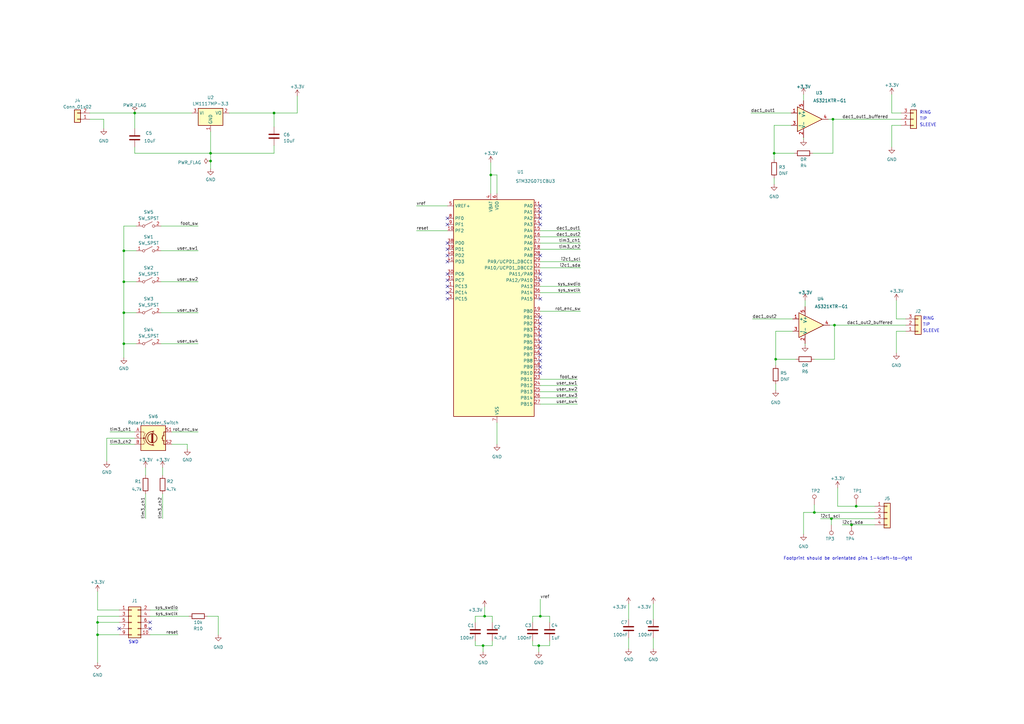
<source format=kicad_sch>
(kicad_sch (version 20230121) (generator eeschema)
  (paper "A3")
  (lib_symbols
    (symbol "Amplifier_Operational:LM321" (pin_names (offset 0.127))
      (property "Reference" "U" (at 0 7.62 0))
      (property "Value" "LM321" (at 0 5.08 0))
      (symbol "LM321_0_1"
        (polyline (pts (xy -5.08 5.08) (xy 5.08 0) (xy -5.08 -5.08) (xy -5.08 5.08)) (stroke (width 0.254)) (fill (type background)))
      )
      (symbol "LM321_1_1"
        (pin input line (at -7.62 2.54 0) (length 2.54) (name "+") (number "1"))
        (pin power_in line (at -2.54 -7.62 90) (length 3.81) (name "V-") (number "2"))
        (pin input line (at -7.62 -2.54 0) (length 2.54) (name "-") (number "3"))
        (pin output line (at 7.62 0 180) (length 2.54) (name "~") (number "4"))
        (pin power_in line (at -2.54 7.62 270) (length 3.81) (name "V+") (number "5"))
      )
    )
    (symbol "Connector:TestPoint" (pin_numbers hide) (pin_names (offset 0.762) hide)
      (property "Reference" "TP" (at 0 6.858 0))
      (property "Value" "TestPoint" (at 0 5.08 0))
      (symbol "TestPoint_0_1"
        (circle (center 0 3.302) (radius 0.762))
      )
      (symbol "TestPoint_1_1"
        (pin passive line (at 0 0 90) (length 2.54) (name "1") (number "1"))
      )
    )
    (symbol "Connector_Generic:Conn_01x02" (pin_names (offset 1.016) hide)
      (property "Reference" "J" (at 0 2.54 0))
      (property "Value" "Conn_01x02" (at 0 -5.08 0))
      (symbol "Conn_01x02_1_1"
        (rectangle (start -1.27 -2.413) (end 0 -2.667) (stroke (width 0.1524)))
        (rectangle (start -1.27 0.127) (end 0 -0.127) (stroke (width 0.1524)))
        (rectangle (start -1.27 1.27) (end 1.27 -3.81) (stroke (width 0.254)) (fill (type background)))
        (pin passive line (at -5.08 0 0) (length 3.81) (name "Pin_1") (number "1"))
        (pin passive line (at -5.08 -2.54 0) (length 3.81) (name "Pin_2") (number "2"))
      )
    )
    (symbol "Connector_Generic:Conn_01x03" (pin_names (offset 1.016) hide)
      (property "Reference" "J" (at 0 5.08 0))
      (property "Value" "Conn_01x03" (at 0 -5.08 0))
      (symbol "Conn_01x03_1_1"
        (rectangle (start -1.27 -2.413) (end 0 -2.667) (stroke (width 0.1524)))
        (rectangle (start -1.27 0.127) (end 0 -0.127) (stroke (width 0.1524)))
        (rectangle (start -1.27 2.667) (end 0 2.413) (stroke (width 0.1524)))
        (rectangle (start -1.27 3.81) (end 1.27 -3.81) (stroke (width 0.254)) (fill (type background)))
        (pin passive line (at -5.08 2.54 0) (length 3.81) (name "Pin_1") (number "1"))
        (pin passive line (at -5.08 0 0) (length 3.81) (name "Pin_2") (number "2"))
        (pin passive line (at -5.08 -2.54 0) (length 3.81) (name "Pin_3") (number "3"))
      )
    )
    (symbol "Connector_Generic:Conn_01x04" (pin_names (offset 1.016) hide)
      (property "Reference" "J" (at 0 5.08 0))
      (property "Value" "Conn_01x04" (at 0 -7.62 0))
      (symbol "Conn_01x04_1_1"
        (rectangle (start -1.27 -4.953) (end 0 -5.207) (stroke (width 0.1524)))
        (rectangle (start -1.27 -2.413) (end 0 -2.667) (stroke (width 0.1524)))
        (rectangle (start -1.27 0.127) (end 0 -0.127) (stroke (width 0.1524)))
        (rectangle (start -1.27 2.667) (end 0 2.413) (stroke (width 0.1524)))
        (rectangle (start -1.27 3.81) (end 1.27 -6.35) (stroke (width 0.254)) (fill (type background)))
        (pin passive line (at -5.08 2.54 0) (length 3.81) (name "Pin_1") (number "1"))
        (pin passive line (at -5.08 0 0) (length 3.81) (name "Pin_2") (number "2"))
        (pin passive line (at -5.08 -2.54 0) (length 3.81) (name "Pin_3") (number "3"))
        (pin passive line (at -5.08 -5.08 0) (length 3.81) (name "Pin_4") (number "4"))
      )
    )
    (symbol "Connector_Generic:Conn_02x05_Odd_Even" (pin_names (offset 1.016) hide)
      (property "Reference" "J" (at 1.27 7.62 0))
      (property "Value" "Conn_02x05_Odd_Even" (at 1.27 -7.62 0))
      (symbol "Conn_02x05_Odd_Even_1_1"
        (rectangle (start -1.27 -4.953) (end 0 -5.207) (stroke (width 0.1524)))
        (rectangle (start -1.27 -2.413) (end 0 -2.667) (stroke (width 0.1524)))
        (rectangle (start -1.27 0.127) (end 0 -0.127) (stroke (width 0.1524)))
        (rectangle (start -1.27 2.667) (end 0 2.413) (stroke (width 0.1524)))
        (rectangle (start -1.27 5.207) (end 0 4.953) (stroke (width 0.1524)))
        (rectangle (start -1.27 6.35) (end 3.81 -6.35) (stroke (width 0.254)) (fill (type background)))
        (rectangle (start 3.81 -4.953) (end 2.54 -5.207) (stroke (width 0.1524)))
        (rectangle (start 3.81 -2.413) (end 2.54 -2.667) (stroke (width 0.1524)))
        (rectangle (start 3.81 0.127) (end 2.54 -0.127) (stroke (width 0.1524)))
        (rectangle (start 3.81 2.667) (end 2.54 2.413) (stroke (width 0.1524)))
        (rectangle (start 3.81 5.207) (end 2.54 4.953) (stroke (width 0.1524)))
        (pin passive line (at -5.08 5.08 0) (length 3.81) (name "Pin_1") (number "1"))
        (pin passive line (at 7.62 -5.08 180) (length 3.81) (name "Pin_10") (number "10"))
        (pin passive line (at 7.62 5.08 180) (length 3.81) (name "Pin_2") (number "2"))
        (pin passive line (at -5.08 2.54 0) (length 3.81) (name "Pin_3") (number "3"))
        (pin passive line (at 7.62 2.54 180) (length 3.81) (name "Pin_4") (number "4"))
        (pin passive line (at -5.08 0 0) (length 3.81) (name "Pin_5") (number "5"))
        (pin passive line (at 7.62 0 180) (length 3.81) (name "Pin_6") (number "6"))
        (pin passive line (at -5.08 -2.54 0) (length 3.81) (name "Pin_7") (number "7"))
        (pin passive line (at 7.62 -2.54 180) (length 3.81) (name "Pin_8") (number "8"))
        (pin passive line (at -5.08 -5.08 0) (length 3.81) (name "Pin_9") (number "9"))
      )
    )
    (symbol "Device:C" (pin_numbers hide) (pin_names (offset 0.254))
      (property "Reference" "C" (at 0.635 2.54 0))
      (property "Value" "C" (at 0.635 -2.54 0))
      (symbol "C_0_1"
        (polyline (pts (xy -2.032 -0.762) (xy 2.032 -0.762)) (stroke (width 0.508)))
        (polyline (pts (xy -2.032 0.762) (xy 2.032 0.762)) (stroke (width 0.508)))
      )
      (symbol "C_1_1"
        (pin passive line (at 0 3.81 270) (length 2.794) (name "~") (number "1"))
        (pin passive line (at 0 -3.81 90) (length 2.794) (name "~") (number "2"))
      )
    )
    (symbol "Device:R" (pin_numbers hide) (pin_names (offset 0))
      (property "Reference" "R" (at 2.032 0 90))
      (property "Value" "R" (at 0 0 90))
      (symbol "R_0_1"
        (rectangle (start -1.016 -2.54) (end 1.016 2.54) (stroke (width 0.254)))
      )
      (symbol "R_1_1"
        (pin passive line (at 0 3.81 270) (length 1.27) (name "~") (number "1"))
        (pin passive line (at 0 -3.81 90) (length 1.27) (name "~") (number "2"))
      )
    )
    (symbol "Device:RotaryEncoder_Switch" (pin_names (offset 0.254) hide)
      (property "Reference" "SW" (at 0 6.604 0))
      (property "Value" "RotaryEncoder_Switch" (at 0 -6.604 0))
      (symbol "RotaryEncoder_Switch_0_1"
        (rectangle (start -5.08 5.08) (end 5.08 -5.08) (stroke (width 0.254)) (fill (type background)))
        (circle (center -3.81 0) (radius 0.254) (fill (type outline)))
        (circle (center -0.381 0) (radius 1.905) (stroke (width 0.254)))
        (arc (start -0.381 2.667) (mid -3.0988 -0.0635) (end -0.381 -2.794) (stroke (width 0.254)))
        (polyline (pts (xy -0.635 -1.778) (xy -0.635 1.778)) (stroke (width 0.254)))
        (polyline (pts (xy -0.381 -1.778) (xy -0.381 1.778)) (stroke (width 0.254)))
        (polyline (pts (xy -0.127 1.778) (xy -0.127 -1.778)) (stroke (width 0.254)))
        (polyline (pts (xy 3.81 0) (xy 3.429 0)) (stroke (width 0.254)))
        (polyline (pts (xy 3.81 1.016) (xy 3.81 -1.016)) (stroke (width 0.254)))
        (polyline (pts (xy -5.08 -2.54) (xy -3.81 -2.54) (xy -3.81 -2.032)))
        (polyline (pts (xy -5.08 2.54) (xy -3.81 2.54) (xy -3.81 2.032)))
        (polyline (pts (xy 0.254 -3.048) (xy -0.508 -2.794) (xy 0.127 -2.413)) (stroke (width 0.254)))
        (polyline (pts (xy 0.254 2.921) (xy -0.508 2.667) (xy 0.127 2.286)) (stroke (width 0.254)))
        (polyline (pts (xy 5.08 -2.54) (xy 4.318 -2.54) (xy 4.318 -1.016)) (stroke (width 0.254)))
        (polyline (pts (xy 5.08 2.54) (xy 4.318 2.54) (xy 4.318 1.016)) (stroke (width 0.254)))
        (polyline (pts (xy -5.08 0) (xy -3.81 0) (xy -3.81 -1.016) (xy -3.302 -2.032)))
        (polyline (pts (xy -4.318 0) (xy -3.81 0) (xy -3.81 1.016) (xy -3.302 2.032)))
        (circle (center 4.318 -1.016) (radius 0.127) (stroke (width 0.254)))
        (circle (center 4.318 1.016) (radius 0.127) (stroke (width 0.254)))
      )
      (symbol "RotaryEncoder_Switch_1_1"
        (pin passive line (at -7.62 2.54 0) (length 2.54) (name "A") (number "A"))
        (pin passive line (at -7.62 -2.54 0) (length 2.54) (name "B") (number "B"))
        (pin passive line (at -7.62 0 0) (length 2.54) (name "C") (number "C"))
        (pin passive line (at 7.62 2.54 180) (length 2.54) (name "S1") (number "S1"))
        (pin passive line (at 7.62 -2.54 180) (length 2.54) (name "S2") (number "S2"))
      )
    )
    (symbol "MCU_ST_STM32G0:STM32G071CBUx"
      (property "Reference" "U" (at -15.24 46.99 0))
      (property "Value" "STM32G071CBUx" (at 5.08 46.99 0))
      (symbol "STM32G071CBUx_0_1"
        (rectangle (start -15.24 -43.18) (end 17.78 45.72) (stroke (width 0.254)) (fill (type background)))
      )
      (symbol "STM32G071CBUx_1_1"
        (pin bidirectional line (at -17.78 10.16 0) (length 2.54) (name "PC13") (number "1"))
        (pin bidirectional line (at -17.78 33.02 0) (length 2.54) (name "PF2") (number "10"))
        (pin bidirectional line (at 20.32 43.18 180) (length 2.54) (name "PA0") (number "11"))
        (pin bidirectional line (at 20.32 40.64 180) (length 2.54) (name "PA1") (number "12"))
        (pin bidirectional line (at 20.32 38.1 180) (length 2.54) (name "PA2") (number "13"))
        (pin bidirectional line (at 20.32 35.56 180) (length 2.54) (name "PA3") (number "14"))
        (pin bidirectional line (at 20.32 33.02 180) (length 2.54) (name "PA4") (number "15"))
        (pin bidirectional line (at 20.32 30.48 180) (length 2.54) (name "PA5") (number "16"))
        (pin bidirectional line (at 20.32 27.94 180) (length 2.54) (name "PA6") (number "17"))
        (pin bidirectional line (at 20.32 25.4 180) (length 2.54) (name "PA7") (number "18"))
        (pin bidirectional line (at 20.32 0 180) (length 2.54) (name "PB0") (number "19"))
        (pin bidirectional line (at -17.78 7.62 0) (length 2.54) (name "PC14") (number "2"))
        (pin bidirectional line (at 20.32 -2.54 180) (length 2.54) (name "PB1") (number "20"))
        (pin bidirectional line (at 20.32 -5.08 180) (length 2.54) (name "PB2") (number "21"))
        (pin bidirectional line (at 20.32 -25.4 180) (length 2.54) (name "PB10") (number "22"))
        (pin bidirectional line (at 20.32 -27.94 180) (length 2.54) (name "PB11") (number "23"))
        (pin bidirectional line (at 20.32 -30.48 180) (length 2.54) (name "PB12") (number "24"))
        (pin bidirectional line (at 20.32 -33.02 180) (length 2.54) (name "PB13") (number "25"))
        (pin bidirectional line (at 20.32 -35.56 180) (length 2.54) (name "PB14") (number "26"))
        (pin bidirectional line (at 20.32 -38.1 180) (length 2.54) (name "PB15") (number "27"))
        (pin bidirectional line (at 20.32 22.86 180) (length 2.54) (name "PA8") (number "28"))
        (pin bidirectional line (at 20.32 20.32 180) (length 2.54) (name "PA9/UCPD1_DBCC1") (number "29"))
        (pin bidirectional line (at -17.78 5.08 0) (length 2.54) (name "PC15") (number "3"))
        (pin bidirectional line (at -17.78 15.24 0) (length 2.54) (name "PC6") (number "30"))
        (pin bidirectional line (at -17.78 12.7 0) (length 2.54) (name "PC7") (number "31"))
        (pin bidirectional line (at 20.32 17.78 180) (length 2.54) (name "PA10/UCPD1_DBCC2") (number "32"))
        (pin bidirectional line (at 20.32 15.24 180) (length 2.54) (name "PA11/PA9") (number "33"))
        (pin bidirectional line (at 20.32 12.7 180) (length 2.54) (name "PA12/PA10") (number "34"))
        (pin bidirectional line (at 20.32 10.16 180) (length 2.54) (name "PA13") (number "35"))
        (pin bidirectional line (at 20.32 7.62 180) (length 2.54) (name "PA14") (number "36"))
        (pin bidirectional line (at 20.32 5.08 180) (length 2.54) (name "PA15") (number "37"))
        (pin bidirectional line (at -17.78 27.94 0) (length 2.54) (name "PD0") (number "38"))
        (pin bidirectional line (at -17.78 25.4 0) (length 2.54) (name "PD1") (number "39"))
        (pin power_in line (at 0 48.26 270) (length 2.54) (name "VBAT") (number "4"))
        (pin bidirectional line (at -17.78 22.86 0) (length 2.54) (name "PD2") (number "40"))
        (pin bidirectional line (at -17.78 20.32 0) (length 2.54) (name "PD3") (number "41"))
        (pin bidirectional line (at 20.32 -7.62 180) (length 2.54) (name "PB3") (number "42"))
        (pin bidirectional line (at 20.32 -10.16 180) (length 2.54) (name "PB4") (number "43"))
        (pin bidirectional line (at 20.32 -12.7 180) (length 2.54) (name "PB5") (number "44"))
        (pin bidirectional line (at 20.32 -15.24 180) (length 2.54) (name "PB6") (number "45"))
        (pin bidirectional line (at 20.32 -17.78 180) (length 2.54) (name "PB7") (number "46"))
        (pin bidirectional line (at 20.32 -20.32 180) (length 2.54) (name "PB8") (number "47"))
        (pin bidirectional line (at 20.32 -22.86 180) (length 2.54) (name "PB9") (number "48"))
        (pin passive line (at 2.54 -45.72 90) (length 2.54) hide (name "VSS") (number "49"))
        (pin input line (at -17.78 43.18 0) (length 2.54) (name "VREF+") (number "5"))
        (pin power_in line (at 2.54 48.26 270) (length 2.54) (name "VDD") (number "6"))
        (pin power_in line (at 2.54 -45.72 90) (length 2.54) (name "VSS") (number "7"))
        (pin bidirectional line (at -17.78 38.1 0) (length 2.54) (name "PF0") (number "8"))
        (pin bidirectional line (at -17.78 35.56 0) (length 2.54) (name "PF1") (number "9"))
      )
    )
    (symbol "Regulator_Linear:LM1117MP-3.3"
      (property "Reference" "U" (at -3.81 3.175 0))
      (property "Value" "LM1117MP-3.3" (at 0 3.175 0))
      (symbol "LM1117MP-3.3_0_1"
        (rectangle (start -5.08 -5.08) (end 5.08 1.905) (stroke (width 0.254)) (fill (type background)))
      )
      (symbol "LM1117MP-3.3_1_1"
        (pin power_in line (at 0 -7.62 90) (length 2.54) (name "GND") (number "1"))
        (pin power_out line (at 7.62 0 180) (length 2.54) (name "VO") (number "2"))
        (pin power_in line (at -7.62 0 0) (length 2.54) (name "VI") (number "3"))
      )
    )
    (symbol "Switch:SW_SPST" (pin_names (offset 0) hide)
      (property "Reference" "SW" (at 0 3.175 0))
      (property "Value" "SW_SPST" (at 0 -2.54 0))
      (symbol "SW_SPST_0_0"
        (circle (center -2.032 0) (radius 0.508))
        (polyline (pts (xy -1.524 0.254) (xy 1.524 1.778)))
        (circle (center 2.032 0) (radius 0.508))
      )
      (symbol "SW_SPST_1_1"
        (pin passive line (at -5.08 0 0) (length 2.54) (name "A") (number "1"))
        (pin passive line (at 5.08 0 180) (length 2.54) (name "B") (number "2"))
      )
    )
    (symbol "power:+3.3V" (power) (pin_names (offset 0))
      (property "Value" "+3.3V" (at 0 3.556 0))
      (symbol "+3.3V_0_1"
        (polyline (pts (xy -0.762 1.27) (xy 0 2.54)))
        (polyline (pts (xy 0 0) (xy 0 2.54)))
        (polyline (pts (xy 0 2.54) (xy 0.762 1.27)))
      )
      (symbol "+3.3V_1_1"
        (pin power_in line (at 0 0 90) (length 0) hide (name "+3.3V") (number "1"))
      )
    )
    (symbol "power:GND" (power) (pin_names (offset 0))
      (property "Value" "GND" (at 0 -3.81 0))
      (symbol "GND_0_1"
        (polyline (pts (xy 0 0) (xy 0 -1.27) (xy 1.27 -1.27) (xy 0 -2.54) (xy -1.27 -1.27) (xy 0 -1.27)))
      )
      (symbol "GND_1_1"
        (pin power_in line (at 0 0 270) (length 0) hide (name "GND") (number "1"))
      )
    )
    (symbol "power:PWR_FLAG" (power) (pin_numbers hide) (pin_names (offset 0) hide)
      (property "Value" "PWR_FLAG" (at 0 3.81 0))
      (symbol "PWR_FLAG_0_0"
        (pin power_out line (at 0 0 90) (length 0) (name "pwr") (number "1"))
      )
      (symbol "PWR_FLAG_0_1"
        (polyline (pts (xy 0 0) (xy 0 1.27) (xy -1.016 1.905) (xy 0 2.54) (xy 1.016 1.905) (xy 0 1.27)))
      )
    )
  )
  (junction (at 318.135 147.32))
  (junction (at 340.995 212.725))
  (junction (at 112.395 46.355))
  (junction (at 198.755 252.73))
  (junction (at 349.25 215.265))
  (junction (at 50.8 140.97))
  (junction (at 50.8 102.87))
  (junction (at 220.98 264.795))
  (junction (at 334.01 210.185))
  (junction (at 198.12 264.795))
  (junction (at 221.615 252.73))
  (junction (at 50.8 128.27))
  (junction (at 50.8 115.57))
  (junction (at 201.295 71.755))
  (junction (at 86.36 66.04))
  (junction (at 40.005 255.27))
  (junction (at 342.265 133.35))
  (junction (at 351.155 207.645))
  (junction (at 40.005 260.35))
  (junction (at 55.245 46.355))
  (junction (at 86.36 62.865))
  (junction (at 341.63 48.895))
  (junction (at 317.5 62.865))
  (no_connect (at 221.615 145.415))
  (no_connect (at 61.595 257.81))
  (no_connect (at 183.515 102.235))
  (no_connect (at 183.515 117.475))
  (no_connect (at 221.615 86.995))
  (no_connect (at 221.615 150.495))
  (no_connect (at 183.515 112.395))
  (no_connect (at 183.515 120.015))
  (no_connect (at 183.515 104.775))
  (no_connect (at 221.615 89.535))
  (no_connect (at 221.615 112.395))
  (no_connect (at 183.515 89.535))
  (no_connect (at 221.615 153.035))
  (no_connect (at 61.595 255.27))
  (no_connect (at 221.615 140.335))
  (no_connect (at 221.615 92.075))
  (no_connect (at 221.615 132.715))
  (no_connect (at 221.615 137.795))
  (no_connect (at 183.515 92.075))
  (no_connect (at 221.615 104.775))
  (no_connect (at 183.515 122.555))
  (no_connect (at 221.615 114.935))
  (no_connect (at 183.515 114.935))
  (no_connect (at 221.615 130.175))
  (no_connect (at 221.615 84.455))
  (no_connect (at 48.895 257.81))
  (no_connect (at 183.515 99.695))
  (no_connect (at 221.615 142.875))
  (no_connect (at 221.615 147.955))
  (no_connect (at 221.615 135.255))
  (no_connect (at 183.515 107.315))
  (no_connect (at 221.615 122.555))
  (wire (pts (xy 203.835 79.375) (xy 203.835 71.755)))
  (wire (pts (xy 340.995 215.265) (xy 340.995 212.725)))
  (wire (pts (xy 318.135 157.48) (xy 318.135 160.02)))
  (wire (pts (xy 36.83 46.355) (xy 55.245 46.355)))
  (wire (pts (xy 341.63 48.895) (xy 339.725 48.895)))
  (wire (pts (xy 358.775 215.265) (xy 349.25 215.265)))
  (wire (pts (xy 324.485 46.355) (xy 307.975 46.355)))
  (wire (pts (xy 330.2 140.97) (xy 330.2 141.605)))
  (wire (pts (xy 343.535 200.025) (xy 343.535 207.645)))
  (wire (pts (xy 55.245 60.325) (xy 55.245 62.865)))
  (wire (pts (xy 333.375 62.865) (xy 341.63 62.865)))
  (wire (pts (xy 50.8 128.27) (xy 55.88 128.27)))
  (wire (pts (xy 221.615 245.745) (xy 221.615 252.73)))
  (wire (pts (xy 86.36 66.04) (xy 86.36 69.215)))
  (wire (pts (xy 369.57 51.435) (xy 365.76 51.435)))
  (wire (pts (xy 50.8 140.97) (xy 55.88 140.97)))
  (wire (pts (xy 329.565 56.515) (xy 329.565 57.15)))
  (wire (pts (xy 220.98 264.795) (xy 225.425 264.795)))
  (wire (pts (xy 318.135 147.32) (xy 318.135 149.86)))
  (wire (pts (xy 89.535 252.73) (xy 89.535 260.35)))
  (wire (pts (xy 50.8 115.57) (xy 50.8 128.27)))
  (wire (pts (xy 218.44 264.795) (xy 220.98 264.795)))
  (wire (pts (xy 48.895 252.73) (xy 40.005 252.73)))
  (wire (pts (xy 201.93 255.27) (xy 201.93 252.73)))
  (wire (pts (xy 86.36 62.865) (xy 112.395 62.865)))
  (wire (pts (xy 267.97 261.62) (xy 267.97 266.065)))
  (wire (pts (xy 225.425 252.73) (xy 221.615 252.73)))
  (wire (pts (xy 40.005 260.35) (xy 40.005 271.78)))
  (wire (pts (xy 86.36 62.865) (xy 86.36 66.04)))
  (wire (pts (xy 317.5 51.435) (xy 317.5 62.865)))
  (wire (pts (xy 201.295 66.675) (xy 201.295 71.755)))
  (wire (pts (xy 324.485 51.435) (xy 317.5 51.435)))
  (wire (pts (xy 367.665 135.89) (xy 367.665 144.78)))
  (wire (pts (xy 76.835 182.245) (xy 76.835 184.15)))
  (wire (pts (xy 334.01 147.32) (xy 342.265 147.32)))
  (wire (pts (xy 66.675 212.725) (xy 66.675 202.565)))
  (wire (pts (xy 201.93 252.73) (xy 198.755 252.73)))
  (wire (pts (xy 203.835 173.355) (xy 203.835 182.245)))
  (wire (pts (xy 267.97 247.65) (xy 267.97 254)))
  (wire (pts (xy 61.595 252.73) (xy 77.47 252.73)))
  (wire (pts (xy 66.04 92.71) (xy 81.28 92.71)))
  (wire (pts (xy 318.135 147.32) (xy 326.39 147.32)))
  (wire (pts (xy 221.615 165.735) (xy 236.855 165.735)))
  (wire (pts (xy 201.295 71.755) (xy 201.295 79.375)))
  (wire (pts (xy 86.36 53.975) (xy 86.36 62.865)))
  (wire (pts (xy 50.8 140.97) (xy 50.8 146.685)))
  (wire (pts (xy 325.12 130.81) (xy 308.61 130.81)))
  (wire (pts (xy 221.615 163.195) (xy 236.855 163.195)))
  (wire (pts (xy 317.5 62.865) (xy 325.755 62.865)))
  (wire (pts (xy 170.815 84.455) (xy 183.515 84.455)))
  (wire (pts (xy 194.945 252.73) (xy 194.945 255.27)))
  (wire (pts (xy 330.2 123.19) (xy 330.2 125.73)))
  (wire (pts (xy 221.615 155.575) (xy 236.855 155.575)))
  (wire (pts (xy 50.8 92.71) (xy 55.88 92.71)))
  (wire (pts (xy 40.005 260.35) (xy 48.895 260.35)))
  (wire (pts (xy 93.98 46.355) (xy 112.395 46.355)))
  (wire (pts (xy 194.945 264.795) (xy 198.12 264.795)))
  (wire (pts (xy 318.135 135.89) (xy 318.135 147.32)))
  (wire (pts (xy 112.395 59.69) (xy 112.395 62.865)))
  (wire (pts (xy 340.995 212.725) (xy 358.775 212.725)))
  (wire (pts (xy 170.815 94.615) (xy 183.515 94.615)))
  (wire (pts (xy 371.475 130.81) (xy 367.665 130.81)))
  (wire (pts (xy 198.12 264.795) (xy 201.93 264.795)))
  (wire (pts (xy 55.245 62.865) (xy 86.36 62.865)))
  (wire (pts (xy 365.76 38.735) (xy 365.76 46.355)))
  (wire (pts (xy 66.04 128.27) (xy 81.28 128.27)))
  (wire (pts (xy 55.88 102.87) (xy 50.8 102.87)))
  (wire (pts (xy 371.475 135.89) (xy 367.665 135.89)))
  (wire (pts (xy 342.265 133.35) (xy 340.36 133.35)))
  (wire (pts (xy 367.665 123.19) (xy 367.665 130.81)))
  (wire (pts (xy 43.815 179.705) (xy 43.815 189.23)))
  (wire (pts (xy 221.615 158.115) (xy 236.855 158.115)))
  (wire (pts (xy 218.44 252.73) (xy 218.44 255.27)))
  (wire (pts (xy 112.395 46.355) (xy 121.92 46.355)))
  (wire (pts (xy 371.475 133.35) (xy 342.265 133.35)))
  (wire (pts (xy 334.01 210.185) (xy 358.775 210.185)))
  (wire (pts (xy 48.895 250.19) (xy 40.005 250.19)))
  (wire (pts (xy 59.69 191.77) (xy 59.69 194.945)))
  (wire (pts (xy 194.945 262.89) (xy 194.945 264.795)))
  (wire (pts (xy 66.04 115.57) (xy 81.28 115.57)))
  (wire (pts (xy 257.81 247.65) (xy 257.81 254)))
  (wire (pts (xy 61.595 250.19) (xy 73.025 250.19)))
  (wire (pts (xy 198.755 252.73) (xy 194.945 252.73)))
  (wire (pts (xy 317.5 62.865) (xy 317.5 65.405)))
  (wire (pts (xy 369.57 46.355) (xy 365.76 46.355)))
  (wire (pts (xy 66.04 140.97) (xy 81.28 140.97)))
  (wire (pts (xy 66.675 191.77) (xy 66.675 194.945)))
  (wire (pts (xy 329.565 38.735) (xy 329.565 41.275)))
  (wire (pts (xy 203.835 71.755) (xy 201.295 71.755)))
  (wire (pts (xy 40.005 255.27) (xy 48.895 255.27)))
  (wire (pts (xy 40.005 255.27) (xy 40.005 260.35)))
  (wire (pts (xy 329.565 210.185) (xy 329.565 219.075)))
  (wire (pts (xy 50.8 102.87) (xy 50.8 115.57)))
  (wire (pts (xy 221.615 99.695) (xy 238.125 99.695)))
  (wire (pts (xy 218.44 262.89) (xy 218.44 264.795)))
  (wire (pts (xy 121.92 39.37) (xy 121.92 46.355)))
  (wire (pts (xy 112.395 46.355) (xy 112.395 52.07)))
  (wire (pts (xy 198.12 264.795) (xy 198.12 267.335)))
  (wire (pts (xy 50.8 115.57) (xy 55.88 115.57)))
  (wire (pts (xy 221.615 97.155) (xy 238.125 97.155)))
  (wire (pts (xy 349.25 215.265) (xy 345.44 215.265)))
  (wire (pts (xy 201.93 264.795) (xy 201.93 262.89)))
  (wire (pts (xy 334.01 207.01) (xy 334.01 210.185)))
  (wire (pts (xy 221.615 94.615) (xy 238.125 94.615)))
  (wire (pts (xy 221.615 127.635) (xy 238.125 127.635)))
  (wire (pts (xy 351.155 207.645) (xy 343.535 207.645)))
  (wire (pts (xy 42.545 48.895) (xy 42.545 52.705)))
  (wire (pts (xy 317.5 73.025) (xy 317.5 75.565)))
  (wire (pts (xy 40.005 242.57) (xy 40.005 250.19)))
  (wire (pts (xy 50.8 128.27) (xy 50.8 140.97)))
  (wire (pts (xy 70.485 177.165) (xy 81.28 177.165)))
  (wire (pts (xy 341.63 62.865) (xy 341.63 48.895)))
  (wire (pts (xy 66.04 102.87) (xy 81.28 102.87)))
  (wire (pts (xy 225.425 255.27) (xy 225.425 252.73)))
  (wire (pts (xy 61.595 260.35) (xy 73.025 260.35)))
  (wire (pts (xy 50.8 92.71) (xy 50.8 102.87)))
  (wire (pts (xy 40.005 252.73) (xy 40.005 255.27)))
  (wire (pts (xy 45.085 182.245) (xy 55.245 182.245)))
  (wire (pts (xy 329.565 210.185) (xy 334.01 210.185)))
  (wire (pts (xy 36.83 48.895) (xy 42.545 48.895)))
  (wire (pts (xy 221.615 160.655) (xy 236.855 160.655)))
  (wire (pts (xy 358.775 207.645) (xy 351.155 207.645)))
  (wire (pts (xy 325.12 135.89) (xy 318.135 135.89)))
  (wire (pts (xy 220.98 264.795) (xy 220.98 267.335)))
  (wire (pts (xy 221.615 117.475) (xy 238.125 117.475)))
  (wire (pts (xy 257.81 261.62) (xy 257.81 266.065)))
  (wire (pts (xy 55.245 46.355) (xy 55.245 52.705)))
  (wire (pts (xy 55.245 46.355) (xy 78.74 46.355)))
  (wire (pts (xy 351.155 207.01) (xy 351.155 207.645)))
  (wire (pts (xy 221.615 252.73) (xy 218.44 252.73)))
  (wire (pts (xy 43.815 179.705) (xy 55.245 179.705)))
  (wire (pts (xy 85.09 252.73) (xy 89.535 252.73)))
  (wire (pts (xy 221.615 109.855) (xy 238.125 109.855)))
  (wire (pts (xy 365.76 51.435) (xy 365.76 60.325)))
  (wire (pts (xy 221.615 120.015) (xy 238.125 120.015)))
  (wire (pts (xy 369.57 48.895) (xy 341.63 48.895)))
  (wire (pts (xy 221.615 107.315) (xy 238.125 107.315)))
  (wire (pts (xy 70.485 182.245) (xy 76.835 182.245)))
  (wire (pts (xy 221.615 102.235) (xy 238.125 102.235)))
  (wire (pts (xy 45.085 177.165) (xy 55.245 177.165)))
  (wire (pts (xy 225.425 264.795) (xy 225.425 262.89)))
  (wire (pts (xy 342.265 147.32) (xy 342.265 133.35)))
  (wire (pts (xy 198.755 248.92) (xy 198.755 252.73)))
  (wire (pts (xy 59.69 212.725) (xy 59.69 202.565)))
  (wire (pts (xy 340.995 212.725) (xy 336.55 212.725)))
  (text "SWD" (at 52.705 264.16 0) (effects (font (size 1.27 1.27)) (justify left bottom)))
  (text "TIP" (at 378.46 133.985 0) (effects (font (size 1.27 1.27)) (justify left bottom)))
  (text "Footprint should be orientated pins 1-4:left-to-right" (at 321.31 229.87 0) (effects (font (size 1.27 1.27)) (justify left bottom)))
  (text "SLEEVE" (at 377.19 52.07 0) (effects (font (size 1.27 1.27)) (justify left bottom)))
  (text "TIP" (at 377.19 49.53 0) (effects (font (size 1.27 1.27)) (justify left bottom)))
  (text "RING" (at 377.19 46.99 0) (effects (font (size 1.27 1.27)) (justify left bottom)))
  (text "RING" (at 378.46 131.445 0) (effects (font (size 1.27 1.27)) (justify left bottom)))
  (text "SLEEVE" (at 378.46 136.525 0) (effects (font (size 1.27 1.27)) (justify left bottom)))
  (label "foot_sw" (at 81.28 92.71 180))
  (label "reset" (at 170.815 94.615 0))
  (label "tim3_ch1" (at 59.69 212.725 90))
  (label "vref" (at 170.815 84.455 0))
  (label "dac1_out2" (at 308.61 130.81 0))
  (label "user_sw1" (at 81.28 102.87 180))
  (label "tim3_ch1" (at 238.125 99.695 180))
  (label "dac1_out1_buffered" (at 345.44 48.895 0))
  (label "foot_sw" (at 236.855 155.575 180))
  (label "rot_enc_sw" (at 238.125 127.635 180))
  (label "user_sw4" (at 81.28 140.97 180))
  (label "dac1_out1" (at 238.125 94.615 180))
  (label "tim3_ch2" (at 66.675 212.725 90))
  (label "user_sw2" (at 236.855 160.655 180))
  (label "dac1_out2" (at 238.125 97.155 180))
  (label "dac1_out1" (at 307.975 46.355 0))
  (label "user_sw1" (at 236.855 158.115 180))
  (label "dac1_out2_buffered" (at 347.345 133.35 0))
  (label "sys_swdio" (at 238.125 117.475 180))
  (label "user_sw2" (at 81.28 115.57 180))
  (label "user_sw3" (at 236.855 163.195 180))
  (label "i2c1_scl" (at 336.55 212.725 0))
  (label "tim3_ch1" (at 45.085 177.165 0))
  (label "vref" (at 221.615 245.745 0))
  (label "reset" (at 73.025 260.35 180))
  (label "user_sw3" (at 81.28 128.27 180))
  (label "sys_swdio" (at 73.025 250.19 180))
  (label "user_sw4" (at 236.855 165.735 180))
  (label "i2c1_scl" (at 238.125 107.315 180))
  (label "tim3_ch2" (at 238.125 102.235 180))
  (label "i2c1_sda" (at 238.125 109.855 180))
  (label "rot_enc_sw" (at 81.28 177.165 180))
  (label "sys_swclk" (at 238.125 120.015 180))
  (label "sys_swclk" (at 73.025 252.73 180))
  (label "i2c1_sda" (at 345.44 215.265 0))
  (label "tim3_ch2" (at 45.085 182.245 0))
  (symbol (lib_id "Switch:SW_SPST") (at 60.96 92.71 0) (unit 1)
    (property "Reference" "SW5" (at 60.96 86.995 0))
    (property "Value" "SW_SPST" (at 60.96 89.535 0))
    (property "Footprint" "Connector_PinSocket_2.54mm:PinSocket_1x02_P2.54mm_Vertical" (effects hide))
  )
  (symbol (lib_id "Switch:SW_SPST") (at 60.96 115.57 0) (unit 1)
    (property "Reference" "SW2" (at 60.96 109.855 0))
    (property "Value" "SW_SPST" (at 60.96 112.395 0))
    (property "Footprint" "Button_Switch_THT:SW_PUSH_6mm" (effects hide))
  )
  (symbol (lib_id "power:+3.3V") (at 330.2 123.19 0) (unit 1)
    (property "Reference" "#PWR029" (effects hide))
    (property "Value" "+3.3V" (at 330.2 120.015 0))
  )
  (symbol (lib_id "Switch:SW_SPST") (at 60.96 140.97 0) (unit 1)
    (property "Reference" "SW4" (at 60.96 135.255 0))
    (property "Value" "SW_SPST" (at 60.96 137.795 0))
    (property "Footprint" "Button_Switch_THT:SW_PUSH_6mm" (effects hide))
  )
  (symbol (lib_id "Connector_Generic:Conn_01x03") (at 374.65 48.895 0) (mirror x) (unit 1)
    (property "Reference" "J6" (at 374.65 43.18 0))
    (property "Value" "Conn_01x03" (effects hide))
    (property "Footprint" "Connector_PinHeader_2.54mm:PinHeader_1x03_P2.54mm_Vertical" (effects hide))
  )
  (symbol (lib_id "Device:R") (at 81.28 252.73 90) (mirror x) (unit 1)
    (property "Reference" "R10" (at 81.28 257.81 90))
    (property "Value" "10k" (at 81.28 255.27 90))
    (property "Footprint" "Resistor_SMD:R_0805_2012Metric_Pad1.20x1.40mm_HandSolder" (effects hide))
    (property "Datasheet" "https://datasheet.lcsc.com/lcsc/2304140030_RALEC-RTT05103JTP_C103914.pdf" (effects hide))
    (property "LCSC MPN" "C103914" (effects hide))
  )
  (symbol (lib_id "Device:C") (at 55.245 56.515 0) (unit 1)
    (property "Reference" "C5" (at 59.69 54.61 0) (effects (justify left)))
    (property "Value" "10uF" (at 59.055 57.785 0) (effects (justify left)))
    (property "Footprint" "Capacitor_SMD:C_0805_2012Metric_Pad1.18x1.45mm_HandSolder" (effects hide))
    (property "Datasheet" "https://datasheet.lcsc.com/lcsc/2210281800_VIIYONG-V106K0805X5R250NHP_C5240379.pdf" (effects hide))
    (property "LCSC MPN" "C5240379" (effects hide))
  )
  (symbol (lib_id "power:GND") (at 42.545 52.705 0) (mirror y) (unit 1)
    (property "Reference" "#PWR014" (effects hide))
    (property "Value" "GND" (at 42.545 57.785 0))
  )
  (symbol (lib_id "power:GND") (at 76.835 184.15 0) (unit 1)
    (property "Reference" "#PWR021" (effects hide))
    (property "Value" "GND" (at 76.835 188.595 0))
  )
  (symbol (lib_id "power:GND") (at 365.76 60.325 0) (unit 1)
    (property "Reference" "#PWR011" (effects hide))
    (property "Value" "GND" (at 365.76 65.405 0))
  )
  (symbol (lib_id "Connector_Generic:Conn_02x05_Odd_Even") (at 53.975 255.27 0) (unit 1)
    (property "Reference" "J1" (at 55.245 246.38 0))
    (property "Value" "Conn_02x05_Odd_Even" (effects hide))
    (property "Footprint" "Connector_PinHeader_1.27mm:PinHeader_2x05_P1.27mm_Vertical_SMD" (effects hide))
    (property "Datasheet" "https://datasheet.lcsc.com/lcsc/2201121700_XFCN-PZ127VS-12-10-H10-A38_C2935458.pdf" (effects hide))
    (property "LCSC MPN" "C2935458" (effects hide))
  )
  (symbol (lib_id "MCU_ST_STM32G0:STM32G071CBUx") (at 201.295 127.635 0) (unit 1)
    (property "Reference" "U1" (at 212.09 70.485 0) (effects (justify left)))
    (property "Value" "STM32G071CBU3" (at 211.455 74.295 0) (effects (justify left)))
    (property "Footprint" "Package_DFN_QFN:QFN-48-1EP_7x7mm_P0.5mm_EP5.6x5.6mm" (effects hide))
    (property "Datasheet" "https://www.st.com/resource/en/datasheet/stm32g071cb.pdf" (effects hide))
    (property "LCSC MPN" "C724076" (effects hide))
  )
  (symbol (lib_id "Device:R") (at 318.135 153.67 0) (unit 1)
    (property "Reference" "R5" (at 320.04 153.035 0) (effects (justify left)))
    (property "Value" "DNF" (at 320.04 155.575 0) (effects (justify left)))
    (property "Footprint" "Resistor_SMD:R_0805_2012Metric_Pad1.20x1.40mm_HandSolder" (effects hide))
  )
  (symbol (lib_id "power:GND") (at 40.005 271.78 0) (unit 1)
    (property "Reference" "#PWR08" (effects hide))
    (property "Value" "GND" (at 40.005 276.86 0))
  )
  (symbol (lib_id "power:PWR_FLAG") (at 86.36 66.04 90) (unit 1)
    (property "Reference" "#FLG02" (effects hide))
    (property "Value" "PWR_FLAG" (at 82.55 66.675 90) (effects (justify left)))
  )
  (symbol (lib_id "Switch:SW_SPST") (at 60.96 128.27 0) (unit 1)
    (property "Reference" "SW3" (at 60.96 122.555 0))
    (property "Value" "SW_SPST" (at 60.96 125.095 0))
    (property "Footprint" "Button_Switch_THT:SW_PUSH_6mm" (effects hide))
  )
  (symbol (lib_id "power:PWR_FLAG") (at 55.245 46.355 0) (unit 1)
    (property "Reference" "#FLG01" (effects hide))
    (property "Value" "PWR_FLAG" (at 55.245 43.18 0))
  )
  (symbol (lib_id "power:+3.3V") (at 367.665 123.19 0) (unit 1)
    (property "Reference" "#PWR032" (effects hide))
    (property "Value" "+3.3V" (at 367.665 119.38 0))
  )
  (symbol (lib_id "Device:R") (at 66.675 198.755 0) (mirror y) (unit 1)
    (property "Reference" "R2" (at 71.12 197.485 0) (effects (justify left)))
    (property "Value" "4.7k" (at 72.39 200.66 0) (effects (justify left)))
    (property "Footprint" "Resistor_SMD:R_0805_2012Metric_Pad1.20x1.40mm_HandSolder" (effects hide))
    (property "Datasheet" "https://datasheet.lcsc.com/lcsc/2205131800_VO-SCR0805J4K7_C3017854.pdf" (effects hide))
    (property "LCSC MPN" "C3017854" (effects hide))
  )
  (symbol (lib_id "Regulator_Linear:LM1117MP-3.3") (at 86.36 46.355 0) (unit 1)
    (property "Reference" "U2" (at 86.36 40.005 0))
    (property "Value" "LM1117MP-3.3" (at 86.36 42.545 0))
    (property "Footprint" "Package_TO_SOT_SMD:SOT-223-3_TabPin2" (effects hide))
    (property "Datasheet" "https://datasheet.lcsc.com/lcsc/2204131745_Shenzhen-Fuman-Elec-AMS1117-3-3V_C173386.pdf" (effects hide))
    (property "LCSC MPN" "C173386" (effects hide))
  )
  (symbol (lib_id "Connector:TestPoint") (at 351.155 207.01 0) (unit 1)
    (property "Reference" "TP1" (at 349.885 201.295 0) (effects (justify left)))
    (property "Value" "TestPoint" (effects hide))
    (property "Footprint" "TestPoint:TestPoint_Pad_1.0x1.0mm" (effects hide))
  )
  (symbol (lib_id "power:GND") (at 89.535 260.35 0) (unit 1)
    (property "Reference" "#PWR05" (effects hide))
    (property "Value" "GND" (at 89.535 265.43 0))
  )
  (symbol (lib_id "power:+3.3V") (at 40.005 242.57 0) (unit 1)
    (property "Reference" "#PWR07" (effects hide))
    (property "Value" "+3.3V" (at 40.005 238.76 0))
  )
  (symbol (lib_id "Connector:TestPoint") (at 349.25 215.265 180) (unit 1)
    (property "Reference" "TP4" (at 350.52 220.98 0) (effects (justify left)))
    (property "Value" "TestPoint" (effects hide))
    (property "Footprint" "TestPoint:TestPoint_Pad_1.0x1.0mm" (effects hide))
  )
  (symbol (lib_id "power:GND") (at 86.36 69.215 0) (unit 1)
    (property "Reference" "#PWR013" (effects hide))
    (property "Value" "GND" (at 86.36 73.66 0))
  )
  (symbol (lib_id "power:+3.3V") (at 343.535 200.025 0) (unit 1)
    (property "Reference" "#PWR016" (effects hide))
    (property "Value" "+3.3V" (at 343.535 196.215 0))
  )
  (symbol (lib_id "power:+3.3V") (at 267.97 247.65 0) (unit 1)
    (property "Reference" "#PWR019" (effects hide))
    (property "Value" "+3.3V" (at 264.16 248.92 0))
  )
  (symbol (lib_id "Connector:TestPoint") (at 340.995 215.265 180) (unit 1)
    (property "Reference" "TP3" (at 342.265 220.98 0) (effects (justify left)))
    (property "Value" "TestPoint" (effects hide))
    (property "Footprint" "TestPoint:TestPoint_Pad_1.0x1.0mm" (effects hide))
  )
  (symbol (lib_id "Device:C") (at 194.945 259.08 0) (unit 1)
    (property "Reference" "C1" (at 191.77 256.54 0) (effects (justify left)))
    (property "Value" "100nF" (at 188.595 261.62 0) (effects (justify left)))
    (property "Footprint" "Capacitor_SMD:C_0805_2012Metric_Pad1.18x1.45mm_HandSolder" (effects hide))
    (property "Datasheet" "https://datasheet.lcsc.com/lcsc/2201271030_YAGEO-CC0805KRX7R6BB104_C1852967.pdf" (effects hide))
    (property "LCSC MPN" "C1852967" (effects hide))
  )
  (symbol (lib_id "power:+3.3V") (at 257.81 247.65 0) (unit 1)
    (property "Reference" "#PWR018" (effects hide))
    (property "Value" "+3.3V" (at 254 248.92 0))
  )
  (symbol (lib_id "Connector:TestPoint") (at 334.01 207.01 0) (unit 1)
    (property "Reference" "TP2" (at 332.74 201.295 0) (effects (justify left)))
    (property "Value" "TestPoint" (effects hide))
    (property "Footprint" "TestPoint:TestPoint_Pad_1.0x1.0mm" (effects hide))
  )
  (symbol (lib_id "Connector_Generic:Conn_01x04") (at 363.855 210.185 0) (unit 1)
    (property "Reference" "J5" (at 363.855 204.47 0))
    (property "Value" "Conn_01x04" (effects hide))
    (property "Footprint" "Connector_PinHeader_2.54mm:PinHeader_1x04_P2.54mm_Vertical" (effects hide))
  )
  (symbol (lib_id "power:GND") (at 330.2 141.605 0) (unit 1)
    (property "Reference" "#PWR030" (effects hide))
    (property "Value" "GND" (effects hide))
  )
  (symbol (lib_id "power:+3.3V") (at 365.76 38.735 0) (unit 1)
    (property "Reference" "#PWR031" (effects hide))
    (property "Value" "+3.3V" (at 365.76 34.925 0))
  )
  (symbol (lib_id "Device:R") (at 330.2 147.32 90) (mirror x) (unit 1)
    (property "Reference" "R6" (at 330.2 152.4 90))
    (property "Value" "0R" (at 330.2 149.86 90))
    (property "Footprint" "Resistor_SMD:R_0805_2012Metric_Pad1.20x1.40mm_HandSolder" (effects hide))
    (property "Datasheet" "https://datasheet.lcsc.com/lcsc/2111021130_FOJAN-FRC0805P000-TS_C2907288.pdf" (effects hide))
    (property "LCSC MPN" "C2907288" (effects hide))
  )
  (symbol (lib_id "Device:R") (at 317.5 69.215 0) (unit 1)
    (property "Reference" "R3" (at 319.405 68.58 0) (effects (justify left)))
    (property "Value" "DNF" (at 319.405 71.12 0) (effects (justify left)))
    (property "Footprint" "Resistor_SMD:R_0805_2012Metric_Pad1.20x1.40mm_HandSolder" (effects hide))
  )
  (symbol (lib_id "power:+3.3V") (at 59.69 191.77 0) (unit 1)
    (property "Reference" "#PWR023" (effects hide))
    (property "Value" "+3.3V" (at 59.69 188.595 0))
  )
  (symbol (lib_id "power:GND") (at 43.815 189.23 0) (unit 1)
    (property "Reference" "#PWR022" (effects hide))
    (property "Value" "GND" (at 43.815 193.675 0))
  )
  (symbol (lib_id "power:GND") (at 198.12 267.335 0) (unit 1)
    (property "Reference" "#PWR03" (effects hide))
    (property "Value" "GND" (at 198.12 271.78 0))
  )
  (symbol (lib_id "Device:C") (at 257.81 257.81 0) (unit 1)
    (property "Reference" "C7" (at 254.635 255.27 0) (effects (justify left)))
    (property "Value" "100nF" (at 251.46 260.35 0) (effects (justify left)))
    (property "Footprint" "Capacitor_SMD:C_0805_2012Metric_Pad1.18x1.45mm_HandSolder" (effects hide))
    (property "Datasheet" "https://datasheet.lcsc.com/lcsc/2201271030_YAGEO-CC0805KRX7R6BB104_C1852967.pdf" (effects hide))
    (property "LCSC MPN" "C1852967" (effects hide))
  )
  (symbol (lib_id "power:+3.3V") (at 198.755 248.92 0) (unit 1)
    (property "Reference" "#PWR02" (effects hide))
    (property "Value" "+3.3V" (at 194.945 250.19 0))
  )
  (symbol (lib_id "power:GND") (at 267.97 266.065 0) (unit 1)
    (property "Reference" "#PWR020" (effects hide))
    (property "Value" "GND" (at 267.97 270.51 0))
  )
  (symbol (lib_id "power:GND") (at 367.665 144.78 0) (unit 1)
    (property "Reference" "#PWR033" (effects hide))
    (property "Value" "GND" (at 367.665 149.86 0))
  )
  (symbol (lib_id "Device:R") (at 329.565 62.865 90) (mirror x) (unit 1)
    (property "Reference" "R4" (at 329.565 67.945 90))
    (property "Value" "0R" (at 329.565 65.405 90))
    (property "Footprint" "Resistor_SMD:R_0805_2012Metric_Pad1.20x1.40mm_HandSolder" (effects hide))
    (property "Datasheet" "https://datasheet.lcsc.com/lcsc/2111021130_FOJAN-FRC0805P000-TS_C2907288.pdf" (effects hide))
    (property "LCSC MPN" "C2907288" (effects hide))
  )
  (symbol (lib_id "Device:R") (at 59.69 198.755 0) (unit 1)
    (property "Reference" "R1" (at 55.245 197.485 0) (effects (justify left)))
    (property "Value" "4.7k" (at 53.975 200.66 0) (effects (justify left)))
    (property "Footprint" "Resistor_SMD:R_0805_2012Metric_Pad1.20x1.40mm_HandSolder" (effects hide))
    (property "Datasheet" "https://datasheet.lcsc.com/lcsc/2205131800_VO-SCR0805J4K7_C3017854.pdf" (effects hide))
    (property "LCSC MPN" "C3017854" (effects hide))
  )
  (symbol (lib_id "power:GND") (at 318.135 160.02 0) (unit 1)
    (property "Reference" "#PWR028" (effects hide))
    (property "Value" "GND" (at 318.135 165.1 0))
  )
  (symbol (lib_id "power:GND") (at 329.565 57.15 0) (unit 1)
    (property "Reference" "#PWR025" (effects hide))
    (property "Value" "GND" (effects hide))
  )
  (symbol (lib_id "Connector_Generic:Conn_01x03") (at 376.555 133.35 0) (mirror x) (unit 1)
    (property "Reference" "J2" (at 376.555 127.635 0))
    (property "Value" "Conn_01x03" (effects hide))
    (property "Footprint" "Connector_PinHeader_2.54mm:PinHeader_1x03_P2.54mm_Vertical" (effects hide))
  )
  (symbol (lib_id "power:+3.3V") (at 201.295 66.675 0) (unit 1)
    (property "Reference" "#PWR01" (effects hide))
    (property "Value" "+3.3V" (at 201.295 62.865 0))
  )
  (symbol (lib_id "Connector_Generic:Conn_01x02") (at 31.75 48.895 180) (unit 1)
    (property "Reference" "J4" (at 31.75 41.275 0))
    (property "Value" "Conn_01x02" (at 31.75 43.815 0))
    (property "Footprint" "Connector_PinHeader_2.54mm:PinHeader_1x02_P2.54mm_Vertical" (effects hide))
  )
  (symbol (lib_id "Device:C") (at 218.44 259.08 0) (unit 1)
    (property "Reference" "C3" (at 215.265 256.54 0) (effects (justify left)))
    (property "Value" "100nF" (at 212.09 261.62 0) (effects (justify left)))
    (property "Footprint" "Capacitor_SMD:C_0805_2012Metric_Pad1.18x1.45mm_HandSolder" (effects hide))
    (property "Datasheet" "https://datasheet.lcsc.com/lcsc/2201271030_YAGEO-CC0805KRX7R6BB104_C1852967.pdf" (effects hide))
    (property "LCSC MPN" "C1852967" (effects hide))
  )
  (symbol (lib_id "Device:RotaryEncoder_Switch") (at 62.865 179.705 0) (unit 1)
    (property "Reference" "SW6" (at 62.865 170.815 0))
    (property "Value" "RotaryEncoder_Switch" (at 62.865 173.355 0))
    (property "Footprint" "Rotary_Encoder:RotaryEncoder_Alps_EC12E-Switch_Vertical_H20mm" (effects hide))
  )
  (symbol (lib_id "power:+3.3V") (at 329.565 38.735 0) (unit 1)
    (property "Reference" "#PWR026" (effects hide))
    (property "Value" "+3.3V" (at 329.565 35.56 0))
  )
  (symbol (lib_id "power:GND") (at 50.8 146.685 0) (unit 1)
    (property "Reference" "#PWR010" (effects hide))
    (property "Value" "GND" (at 50.8 151.13 0))
  )
  (symbol (lib_id "power:GND") (at 203.835 182.245 0) (unit 1)
    (property "Reference" "#PWR04" (effects hide))
    (property "Value" "GND" (at 203.835 187.325 0))
  )
  (symbol (lib_id "power:GND") (at 257.81 266.065 0) (unit 1)
    (property "Reference" "#PWR09" (effects hide))
    (property "Value" "GND" (at 257.81 270.51 0))
  )
  (symbol (lib_id "Switch:SW_SPST") (at 60.96 102.87 0) (unit 1)
    (property "Reference" "SW1" (at 60.96 97.155 0))
    (property "Value" "SW_SPST" (at 60.96 99.695 0))
    (property "Footprint" "Button_Switch_THT:SW_PUSH_6mm" (effects hide))
  )
  (symbol (lib_id "Device:C") (at 201.93 259.08 0) (unit 1)
    (property "Reference" "C2" (at 202.565 257.175 0) (effects (justify left)))
    (property "Value" "4.7uF" (at 202.565 261.62 0) (effects (justify left)))
    (property "Footprint" "Capacitor_SMD:C_0805_2012Metric_Pad1.18x1.45mm_HandSolder" (effects hide))
    (property "Datasheet" "https://datasheet.lcsc.com/lcsc/2208151830_Walsin-Tech-Corp-0805F475Z100CT_C5122271.pdf" (effects hide))
    (property "LCSC MPN" "C967590" (effects hide))
  )
  (symbol (lib_id "Device:C") (at 112.395 55.88 0) (unit 1)
    (property "Reference" "C6" (at 116.205 55.245 0) (effects (justify left)))
    (property "Value" "10uF" (at 116.205 57.785 0) (effects (justify left)))
    (property "Footprint" "Capacitor_SMD:C_0805_2012Metric_Pad1.18x1.45mm_HandSolder" (effects hide))
    (property "Datasheet" "https://datasheet.lcsc.com/lcsc/2210281800_VIIYONG-V106K0805X5R250NHP_C5240379.pdf" (effects hide))
    (property "LCSC MPN" "C5240379" (effects hide))
  )
  (symbol (lib_id "power:GND") (at 220.98 267.335 0) (unit 1)
    (property "Reference" "#PWR06" (effects hide))
    (property "Value" "GND" (at 220.98 271.78 0))
  )
  (symbol (lib_id "Device:C") (at 267.97 257.81 0) (unit 1)
    (property "Reference" "C8" (at 264.795 255.27 0) (effects (justify left)))
    (property "Value" "100nF" (at 261.62 260.35 0) (effects (justify left)))
    (property "Footprint" "Capacitor_SMD:C_0805_2012Metric_Pad1.18x1.45mm_HandSolder" (effects hide))
    (property "Datasheet" "https://datasheet.lcsc.com/lcsc/2201271030_YAGEO-CC0805KRX7R6BB104_C1852967.pdf" (effects hide))
    (property "LCSC MPN" "C1852967" (effects hide))
  )
  (symbol (lib_id "power:GND") (at 317.5 75.565 0) (unit 1)
    (property "Reference" "#PWR027" (effects hide))
    (property "Value" "GND" (at 317.5 80.645 0))
  )
  (symbol (lib_id "Amplifier_Operational:LM321") (at 332.105 48.895 0) (unit 1)
    (property "Reference" "U3" (at 335.915 38.1 0))
    (property "Value" "AS321KTR-G1" (at 340.36 41.275 0))
    (property "Footprint" "Package_TO_SOT_SMD:SOT-23-5" (effects hide))
    (property "Datasheet" "https://datasheet.lcsc.com/lcsc/1809191840_Diodes-Incorporated-AS321KTR-G1_C144156.pdf" (effects hide))
    (property "LCSC MPN" "C144156" (effects hide))
  )
  (symbol (lib_id "power:+3.3V") (at 66.675 191.77 0) (unit 1)
    (property "Reference" "#PWR024" (effects hide))
    (property "Value" "+3.3V" (at 66.675 188.595 0))
  )
  (symbol (lib_id "power:GND") (at 329.565 219.075 0) (unit 1)
    (property "Reference" "#PWR017" (effects hide))
    (property "Value" "GND" (at 329.565 224.155 0))
  )
  (symbol (lib_id "Device:C") (at 225.425 259.08 0) (unit 1)
    (property "Reference" "C4" (at 226.06 256.54 0) (effects (justify left)))
    (property "Value" "1uF" (at 226.06 261.62 0) (effects (justify left)))
    (property "Footprint" "Capacitor_SMD:C_0805_2012Metric_Pad1.18x1.45mm_HandSolder" (effects hide))
    (property "Datasheet" "https://datasheet.lcsc.com/lcsc/1810191224_Samsung-Electro-Mechanics-CL21B105KPFNNNE_C107367.pdf" (effects hide))
    (property "LCSC MPN" "C107367" (effects hide))
  )
  (symbol (lib_id "Amplifier_Operational:LM321") (at 332.74 133.35 0) (unit 1)
    (property "Reference" "U4" (at 336.55 122.555 0))
    (property "Value" "AS321KTR-G1" (at 340.995 125.73 0))
    (property "Footprint" "Package_TO_SOT_SMD:SOT-23-5" (effects hide))
    (property "Datasheet" "https://datasheet.lcsc.com/lcsc/1809191840_Diodes-Incorporated-AS321KTR-G1_C144156.pdf" (effects hide))
    (property "LCSC MPN" "C144156" (effects hide))
  )
  (symbol (lib_id "power:+3.3V") (at 121.92 39.37 0) (unit 1)
    (property "Reference" "#PWR015" (effects hide))
    (property "Value" "+3.3V" (at 121.92 35.56 0))
  )
)
</source>
